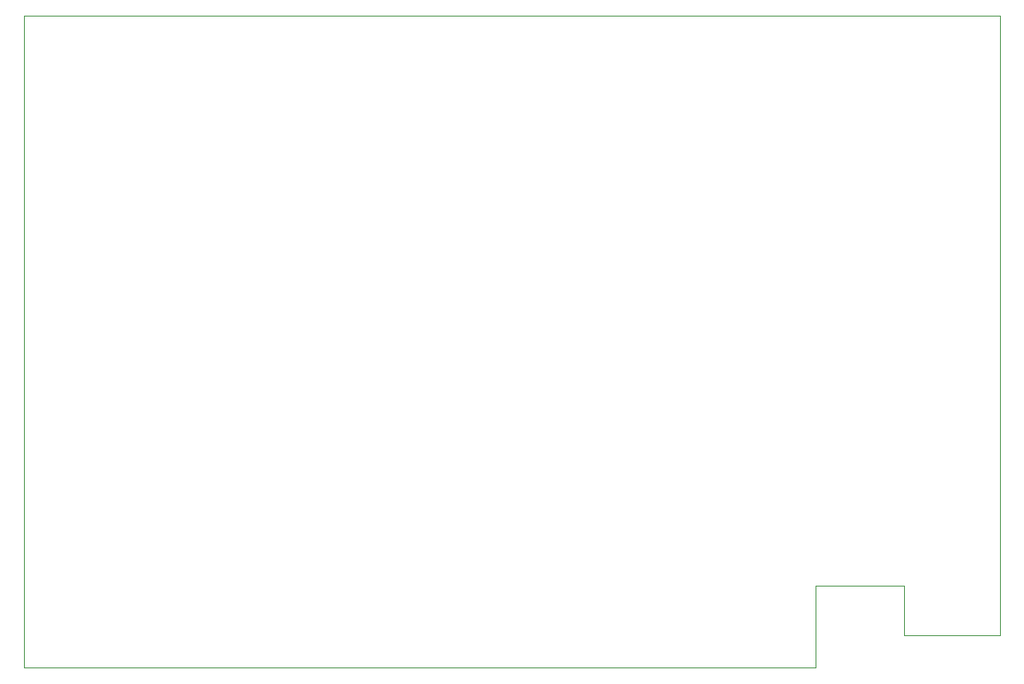
<source format=gko>
G75*
%MOIN*%
%OFA0B0*%
%FSLAX24Y24*%
%IPPOS*%
%LPD*%
%AMOC8*
5,1,8,0,0,1.08239X$1,22.5*
%
%ADD10C,0.0000*%
D10*
X000730Y000100D02*
X032630Y000100D01*
X032630Y003400D01*
X036180Y003400D01*
X036180Y001400D01*
X040050Y001400D01*
X040050Y026396D01*
X000730Y026396D01*
X000730Y000100D01*
M02*

</source>
